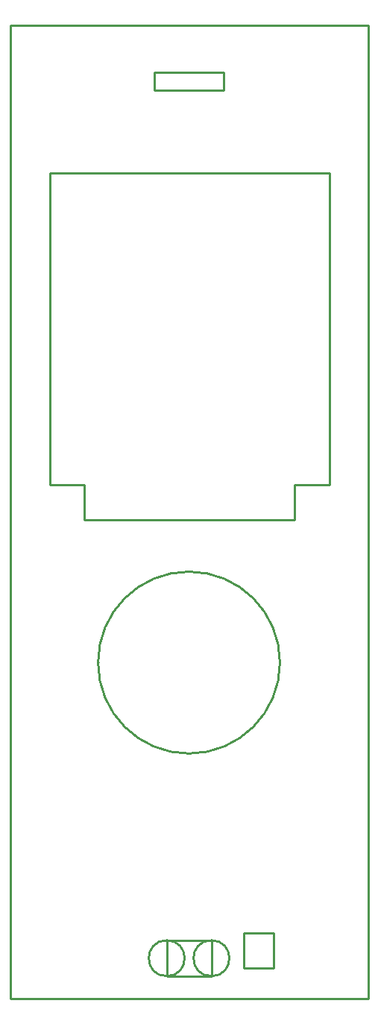
<source format=gko>
G04 Layer: BoardOutlineLayer*
G04 EasyEDA v6.5.29, 2023-07-18 11:26:45*
G04 a3e85ac62c814be2af95df0adf1d0fd4,5a6b42c53f6a479593ecc07194224c93,10*
G04 Gerber Generator version 0.2*
G04 Scale: 100 percent, Rotated: No, Reflected: No *
G04 Dimensions in millimeters *
G04 leading zeros omitted , absolute positions ,4 integer and 5 decimal *
%FSLAX45Y45*%
%MOMM*%

%ADD10C,0.2540*%
D10*
X-2966999Y7400721D02*
G01*
X1097000Y7400721D01*
X1097000Y-3648278D01*
X-2966999Y-3648278D01*
X-2966999Y7400721D01*
G75*
G01*
X-680999Y-3394278D02*
G02*
X-680999Y-2987878I0J203200D01*
G75*
G01*
X-680999Y-2987878D02*
G02*
X-680999Y-3394278I0J-203200D01*
X-680999Y-3394278D02*
G01*
X-680999Y-3394278D01*
X-1188999Y-3394278D02*
G01*
X-680999Y-3394278D01*
X-680999Y-3394278D02*
G01*
X-680999Y-2987878D01*
X-680999Y-2987878D02*
G01*
X-1188999Y-2987878D01*
X-1188999Y-2987878D02*
G01*
X-1188999Y-3394278D01*
G75*
G01*
X-1188999Y-3394278D02*
G02*
X-1188999Y-2987878I0J203200D01*
G75*
G01*
X-1188999Y-2987878D02*
G02*
X-1188999Y-3394278I0J-203200D01*
X-1188999Y-3394278D02*
G01*
X-1188999Y-3394278D01*
X-2517597Y5724321D02*
G01*
X-2517597Y2181021D01*
X-2517597Y2181021D02*
G01*
X-2123897Y2181021D01*
X-2123897Y2181021D02*
G01*
X-2123897Y1787321D01*
X-2123897Y1787321D02*
G01*
X263702Y1787321D01*
X263702Y1787321D02*
G01*
X263702Y2181021D01*
X263702Y2181021D02*
G01*
X657402Y2181021D01*
X657402Y2181021D02*
G01*
X657402Y5724321D01*
X657402Y5724321D02*
G01*
X-2517597Y5724321D01*
X-1328699Y6867321D02*
G01*
X-1328699Y6664121D01*
X-1328699Y6664121D02*
G01*
X-541299Y6664121D01*
X-541299Y6664121D02*
G01*
X-541299Y6867321D01*
X-541299Y6867321D02*
G01*
X-1328699Y6867321D01*
G75*
G01*
X-1968500Y165100D02*
G02*
X96896Y165100I1032698J0D01*
G75*
G01*
X96896Y165100D02*
G02*
X-1968500Y165100I-1032698J0D01*
X-1968500Y165100D02*
G01*
X-1968500Y165100D01*
X-317500Y-2908300D02*
G01*
X-317500Y-3302000D01*
X-317500Y-3302000D02*
G01*
X25400Y-3302000D01*
X25400Y-3302000D02*
G01*
X25400Y-2908300D01*
X25400Y-2908300D02*
G01*
X-317500Y-2908300D01*

%LPD*%
M02*

</source>
